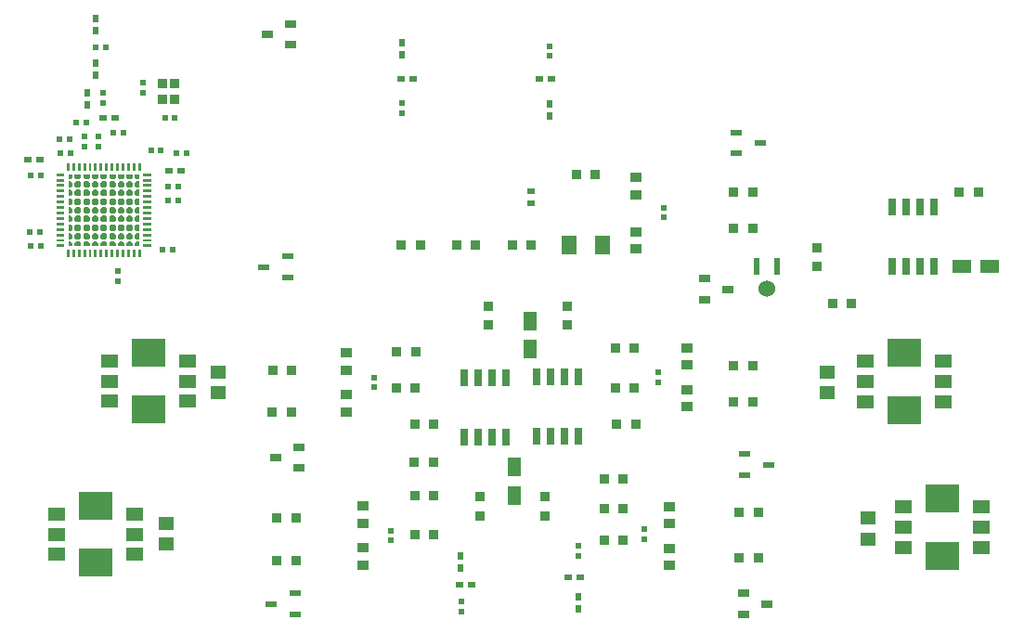
<source format=gtp>
G04 Layer_Color=8421504*
%FSLAX25Y25*%
%MOIN*%
G70*
G01*
G75*
%ADD10R,0.02953X0.02362*%
%ADD11R,0.02362X0.02953*%
%ADD12R,0.04200X0.03200*%
%ADD13R,0.02441X0.02362*%
%ADD14R,0.02362X0.02441*%
%ADD15R,0.03347X0.03740*%
%ADD16R,0.03800X0.03600*%
%ADD17R,0.12008X0.10000*%
%ADD18R,0.05984X0.05000*%
%ADD19R,0.04134X0.02362*%
%ADD20R,0.02565X0.02184*%
%ADD21R,0.04331X0.02559*%
%ADD22R,0.02559X0.05905*%
%ADD23R,0.05118X0.07087*%
%ADD24R,0.03600X0.03800*%
%ADD25R,0.05200X0.04800*%
%ADD26C,0.06000*%
%ADD27R,0.02400X0.06400*%
%ADD28R,0.05200X0.06700*%
%ADD29R,0.07087X0.05118*%
%ADD30R,0.02756X0.02362*%
%ADD55R,0.00100X0.00100*%
G36*
X61706Y144749D02*
Y143551D01*
X61150Y142994D01*
X59951D01*
X59394Y143551D01*
Y144749D01*
X59951Y145306D01*
X61150D01*
X61706Y144749D01*
D02*
G37*
G36*
X64806D02*
Y143551D01*
X64249Y142994D01*
X63051D01*
X62494Y143551D01*
Y144749D01*
X63051Y145306D01*
X64249D01*
X64806Y144749D01*
D02*
G37*
G36*
X55506D02*
Y143551D01*
X54949Y142994D01*
X53750D01*
X53194Y143551D01*
Y144749D01*
X53750Y145306D01*
X54949D01*
X55506Y144749D01*
D02*
G37*
G36*
X58606D02*
Y143551D01*
X58049Y142994D01*
X56850D01*
X56294Y143551D01*
Y144749D01*
X56850Y145306D01*
X58049D01*
X58606Y144749D01*
D02*
G37*
G36*
X43242Y144935D02*
X40471D01*
Y145920D01*
X43242D01*
Y144935D01*
D02*
G37*
G36*
X74429D02*
X71658D01*
Y145920D01*
X74429D01*
Y144935D01*
D02*
G37*
G36*
X67906Y144749D02*
Y143551D01*
X67349Y142994D01*
X66150D01*
X65594Y143551D01*
Y144749D01*
X66150Y145306D01*
X67349D01*
X67906Y144749D01*
D02*
G37*
G36*
X70147Y142994D02*
X69251D01*
X68694Y143551D01*
Y144749D01*
X69251Y145306D01*
X70147D01*
Y142994D01*
D02*
G37*
G36*
X52406Y144749D02*
Y143551D01*
X51850Y142994D01*
X50651D01*
X50094Y143551D01*
Y144749D01*
X50651Y145306D01*
X51850D01*
X52406Y144749D01*
D02*
G37*
G36*
X43242Y140997D02*
X40471D01*
Y141982D01*
X43242D01*
Y140997D01*
D02*
G37*
G36*
X74429D02*
X71658D01*
Y141982D01*
X74429D01*
Y140997D01*
D02*
G37*
G36*
X67906Y141649D02*
Y140451D01*
X67349Y139894D01*
X66150D01*
X65594Y140451D01*
Y141649D01*
X66150Y142206D01*
X67349D01*
X67906Y141649D01*
D02*
G37*
G36*
X70147Y139894D02*
X69251D01*
X68694Y140451D01*
Y141649D01*
X69251Y142206D01*
X70147D01*
Y139894D01*
D02*
G37*
G36*
X46206Y144749D02*
Y143551D01*
X45649Y142994D01*
X44753D01*
Y145306D01*
X45649D01*
X46206Y144749D01*
D02*
G37*
G36*
X49306D02*
Y143551D01*
X48750Y142994D01*
X47550D01*
X46994Y143551D01*
Y144749D01*
X47550Y145306D01*
X48750D01*
X49306Y144749D01*
D02*
G37*
G36*
X43242Y142966D02*
X40471D01*
Y143951D01*
X43242D01*
Y142966D01*
D02*
G37*
G36*
X74429D02*
X71658D01*
Y143951D01*
X74429D01*
Y142966D01*
D02*
G37*
G36*
X43242Y148873D02*
X40471D01*
Y149858D01*
X43242D01*
Y148873D01*
D02*
G37*
G36*
X74429D02*
X71658D01*
Y149858D01*
X74429D01*
Y148873D01*
D02*
G37*
G36*
X43242Y146904D02*
X40471D01*
Y147889D01*
X43242D01*
Y146904D01*
D02*
G37*
G36*
X74429D02*
X71658D01*
Y147889D01*
X74429D01*
Y146904D01*
D02*
G37*
G36*
X52406Y150950D02*
Y149750D01*
X51850Y149194D01*
X50651D01*
X50094Y149750D01*
Y150950D01*
X50651Y151506D01*
X51850D01*
X52406Y150950D01*
D02*
G37*
G36*
X55506D02*
Y149750D01*
X54949Y149194D01*
X53750D01*
X53194Y149750D01*
Y150950D01*
X53750Y151506D01*
X54949D01*
X55506Y150950D01*
D02*
G37*
G36*
X46206D02*
Y149750D01*
X45649Y149194D01*
X44753D01*
Y151506D01*
X45649D01*
X46206Y150950D01*
D02*
G37*
G36*
X49306D02*
Y149750D01*
X48750Y149194D01*
X47550D01*
X46994Y149750D01*
Y150950D01*
X47550Y151506D01*
X48750D01*
X49306Y150950D01*
D02*
G37*
G36*
X70147Y146094D02*
X69251D01*
X68694Y146651D01*
Y147850D01*
X69251Y148406D01*
X70147D01*
Y146094D01*
D02*
G37*
G36*
X52406Y147850D02*
Y146651D01*
X51850Y146094D01*
X50651D01*
X50094Y146651D01*
Y147850D01*
X50651Y148406D01*
X51850D01*
X52406Y147850D01*
D02*
G37*
G36*
X55506D02*
Y146651D01*
X54949Y146094D01*
X53750D01*
X53194Y146651D01*
Y147850D01*
X53750Y148406D01*
X54949D01*
X55506Y147850D01*
D02*
G37*
G36*
X46206D02*
Y146651D01*
X45649Y146094D01*
X44753D01*
Y148406D01*
X45649D01*
X46206Y147850D01*
D02*
G37*
G36*
X49306D02*
Y146651D01*
X48750Y146094D01*
X47550D01*
X46994Y146651D01*
Y147850D01*
X47550Y148406D01*
X48750D01*
X49306Y147850D01*
D02*
G37*
G36*
X64806D02*
Y146651D01*
X64249Y146094D01*
X63051D01*
X62494Y146651D01*
Y147850D01*
X63051Y148406D01*
X64249D01*
X64806Y147850D01*
D02*
G37*
G36*
X67906D02*
Y146651D01*
X67349Y146094D01*
X66150D01*
X65594Y146651D01*
Y147850D01*
X66150Y148406D01*
X67349D01*
X67906Y147850D01*
D02*
G37*
G36*
X58606D02*
Y146651D01*
X58049Y146094D01*
X56850D01*
X56294Y146651D01*
Y147850D01*
X56850Y148406D01*
X58049D01*
X58606Y147850D01*
D02*
G37*
G36*
X61706D02*
Y146651D01*
X61150Y146094D01*
X59951D01*
X59394Y146651D01*
Y147850D01*
X59951Y148406D01*
X61150D01*
X61706Y147850D01*
D02*
G37*
G36*
X66800Y133371D02*
X65816D01*
Y136142D01*
X66800D01*
Y133371D01*
D02*
G37*
G36*
X68769D02*
X67785D01*
Y136142D01*
X68769D01*
Y133371D01*
D02*
G37*
G36*
X62863D02*
X61879D01*
Y136142D01*
X62863D01*
Y133371D01*
D02*
G37*
G36*
X64832D02*
X63848D01*
Y136142D01*
X64832D01*
Y133371D01*
D02*
G37*
G36*
X74429Y137059D02*
X71658D01*
Y138044D01*
X74429D01*
Y137059D01*
D02*
G37*
G36*
X46206Y138549D02*
Y137653D01*
X44753D01*
Y139106D01*
X45649D01*
X46206Y138549D01*
D02*
G37*
G36*
X70737Y133371D02*
X69753D01*
Y136142D01*
X70737D01*
Y133371D01*
D02*
G37*
G36*
X43242Y137059D02*
X40471D01*
Y138044D01*
X43242D01*
Y137059D01*
D02*
G37*
G36*
X60895Y133371D02*
X59911D01*
Y136142D01*
X60895D01*
Y133371D01*
D02*
G37*
G36*
X49084D02*
X48100D01*
Y136142D01*
X49084D01*
Y133371D01*
D02*
G37*
G36*
X51052D02*
X50068D01*
Y136142D01*
X51052D01*
Y133371D01*
D02*
G37*
G36*
X45147D02*
X44163D01*
Y136142D01*
X45147D01*
Y133371D01*
D02*
G37*
G36*
X47115D02*
X46131D01*
Y136142D01*
X47115D01*
Y133371D01*
D02*
G37*
G36*
X56958D02*
X55974D01*
Y136142D01*
X56958D01*
Y133371D01*
D02*
G37*
G36*
X58926D02*
X57942D01*
Y136142D01*
X58926D01*
Y133371D01*
D02*
G37*
G36*
X53021D02*
X52037D01*
Y136142D01*
X53021D01*
Y133371D01*
D02*
G37*
G36*
X54989D02*
X54005D01*
Y136142D01*
X54989D01*
Y133371D01*
D02*
G37*
G36*
X49306Y141649D02*
Y140451D01*
X48750Y139894D01*
X47550D01*
X46994Y140451D01*
Y141649D01*
X47550Y142206D01*
X48750D01*
X49306Y141649D01*
D02*
G37*
G36*
X52406D02*
Y140451D01*
X51850Y139894D01*
X50651D01*
X50094Y140451D01*
Y141649D01*
X50651Y142206D01*
X51850D01*
X52406Y141649D01*
D02*
G37*
G36*
X74429Y139028D02*
X71658D01*
Y140013D01*
X74429D01*
Y139028D01*
D02*
G37*
G36*
X46206Y141649D02*
Y140451D01*
X45649Y139894D01*
X44753D01*
Y142206D01*
X45649D01*
X46206Y141649D01*
D02*
G37*
G36*
X61706D02*
Y140451D01*
X61150Y139894D01*
X59951D01*
X59394Y140451D01*
Y141649D01*
X59951Y142206D01*
X61150D01*
X61706Y141649D01*
D02*
G37*
G36*
X64806D02*
Y140451D01*
X64249Y139894D01*
X63051D01*
X62494Y140451D01*
Y141649D01*
X63051Y142206D01*
X64249D01*
X64806Y141649D01*
D02*
G37*
G36*
X55506D02*
Y140451D01*
X54949Y139894D01*
X53750D01*
X53194Y140451D01*
Y141649D01*
X53750Y142206D01*
X54949D01*
X55506Y141649D01*
D02*
G37*
G36*
X58606D02*
Y140451D01*
X58049Y139894D01*
X56850D01*
X56294Y140451D01*
Y141649D01*
X56850Y142206D01*
X58049D01*
X58606Y141649D01*
D02*
G37*
G36*
X43242Y139028D02*
X40471D01*
Y140013D01*
X43242D01*
Y139028D01*
D02*
G37*
G36*
X55506Y138549D02*
Y137653D01*
X53194D01*
Y138549D01*
X53750Y139106D01*
X54949D01*
X55506Y138549D01*
D02*
G37*
G36*
X58606D02*
Y137653D01*
X56294D01*
Y138549D01*
X56850Y139106D01*
X58049D01*
X58606Y138549D01*
D02*
G37*
G36*
X49306D02*
Y137653D01*
X46994D01*
Y138549D01*
X47550Y139106D01*
X48750D01*
X49306Y138549D01*
D02*
G37*
G36*
X52406D02*
Y137653D01*
X50094D01*
Y138549D01*
X50651Y139106D01*
X51850D01*
X52406Y138549D01*
D02*
G37*
G36*
X67906D02*
Y137653D01*
X65594D01*
Y138549D01*
X66150Y139106D01*
X67349D01*
X67906Y138549D01*
D02*
G37*
G36*
X70147Y137653D02*
X68694D01*
Y138549D01*
X69251Y139106D01*
X70147D01*
Y137653D01*
D02*
G37*
G36*
X61706Y138549D02*
Y137653D01*
X59394D01*
Y138549D01*
X59951Y139106D01*
X61150D01*
X61706Y138549D01*
D02*
G37*
G36*
X64806D02*
Y137653D01*
X62494D01*
Y138549D01*
X63051Y139106D01*
X64249D01*
X64806Y138549D01*
D02*
G37*
G36*
X58606Y150950D02*
Y149750D01*
X58049Y149194D01*
X56850D01*
X56294Y149750D01*
Y150950D01*
X56850Y151506D01*
X58049D01*
X58606Y150950D01*
D02*
G37*
G36*
X52406Y162151D02*
X51850Y161594D01*
X50651D01*
X50094Y162151D01*
Y163047D01*
X52406D01*
Y162151D01*
D02*
G37*
G36*
X55506D02*
X54949Y161594D01*
X53750D01*
X53194Y162151D01*
Y163047D01*
X55506D01*
Y162151D01*
D02*
G37*
G36*
X46206D02*
X45649Y161594D01*
X44753D01*
Y163047D01*
X46206D01*
Y162151D01*
D02*
G37*
G36*
X49306D02*
X48750Y161594D01*
X47550D01*
X46994Y162151D01*
Y163047D01*
X49306D01*
Y162151D01*
D02*
G37*
G36*
X64806D02*
X64249Y161594D01*
X63051D01*
X62494Y162151D01*
Y163047D01*
X64806D01*
Y162151D01*
D02*
G37*
G36*
X67906D02*
X67349Y161594D01*
X66150D01*
X65594Y162151D01*
Y163047D01*
X67906D01*
Y162151D01*
D02*
G37*
G36*
X58606D02*
X58049Y161594D01*
X56850D01*
X56294Y162151D01*
Y163047D01*
X58606D01*
Y162151D01*
D02*
G37*
G36*
X61706D02*
X61150Y161594D01*
X59951D01*
X59394Y162151D01*
Y163047D01*
X61706D01*
Y162151D01*
D02*
G37*
G36*
X74429Y160687D02*
X71658D01*
Y161672D01*
X74429D01*
Y160687D01*
D02*
G37*
G36*
X64806Y160249D02*
Y159051D01*
X64249Y158494D01*
X63051D01*
X62494Y159051D01*
Y160249D01*
X63051Y160806D01*
X64249D01*
X64806Y160249D01*
D02*
G37*
G36*
X67906D02*
Y159051D01*
X67349Y158494D01*
X66150D01*
X65594Y159051D01*
Y160249D01*
X66150Y160806D01*
X67349D01*
X67906Y160249D01*
D02*
G37*
G36*
X58606D02*
Y159051D01*
X58049Y158494D01*
X56850D01*
X56294Y159051D01*
Y160249D01*
X56850Y160806D01*
X58049D01*
X58606Y160249D01*
D02*
G37*
G36*
X61706D02*
Y159051D01*
X61150Y158494D01*
X59951D01*
X59394Y159051D01*
Y160249D01*
X59951Y160806D01*
X61150D01*
X61706Y160249D01*
D02*
G37*
G36*
X74429Y158718D02*
X71658D01*
Y159703D01*
X74429D01*
Y158718D01*
D02*
G37*
G36*
X43242Y160687D02*
X40471D01*
Y161672D01*
X43242D01*
Y160687D01*
D02*
G37*
G36*
X70147Y158494D02*
X69251D01*
X68694Y159051D01*
Y160249D01*
X69251Y160806D01*
X70147D01*
Y158494D01*
D02*
G37*
G36*
X43242Y158718D02*
X40471D01*
Y159703D01*
X43242D01*
Y158718D01*
D02*
G37*
G36*
X60895Y164558D02*
X59911D01*
Y167329D01*
X60895D01*
Y164558D01*
D02*
G37*
G36*
X62863D02*
X61879D01*
Y167329D01*
X62863D01*
Y164558D01*
D02*
G37*
G36*
X56958D02*
X55974D01*
Y167329D01*
X56958D01*
Y164558D01*
D02*
G37*
G36*
X58926D02*
X57942D01*
Y167329D01*
X58926D01*
Y164558D01*
D02*
G37*
G36*
X68769D02*
X67785D01*
Y167329D01*
X68769D01*
Y164558D01*
D02*
G37*
G36*
X70737D02*
X69753D01*
Y167329D01*
X70737D01*
Y164558D01*
D02*
G37*
G36*
X64832D02*
X63848D01*
Y167329D01*
X64832D01*
Y164558D01*
D02*
G37*
G36*
X66800D02*
X65816D01*
Y167329D01*
X66800D01*
Y164558D01*
D02*
G37*
G36*
X54989D02*
X54005D01*
Y167329D01*
X54989D01*
Y164558D01*
D02*
G37*
G36*
X74429Y162656D02*
X71658D01*
Y163641D01*
X74429D01*
Y162656D01*
D02*
G37*
G36*
X45147Y164558D02*
X44163D01*
Y167329D01*
X45147D01*
Y164558D01*
D02*
G37*
G36*
X70147Y161594D02*
X69251D01*
X68694Y162151D01*
Y163047D01*
X70147D01*
Y161594D01*
D02*
G37*
G36*
X43242Y162656D02*
X40471D01*
Y163641D01*
X43242D01*
Y162656D01*
D02*
G37*
G36*
X51052Y164558D02*
X50068D01*
Y167329D01*
X51052D01*
Y164558D01*
D02*
G37*
G36*
X53021D02*
X52037D01*
Y167329D01*
X53021D01*
Y164558D01*
D02*
G37*
G36*
X47115D02*
X46131D01*
Y167329D01*
X47115D01*
Y164558D01*
D02*
G37*
G36*
X49084D02*
X48100D01*
Y167329D01*
X49084D01*
Y164558D01*
D02*
G37*
G36*
X61706Y154050D02*
Y152850D01*
X61150Y152294D01*
X59951D01*
X59394Y152850D01*
Y154050D01*
X59951Y154606D01*
X61150D01*
X61706Y154050D01*
D02*
G37*
G36*
X64806D02*
Y152850D01*
X64249Y152294D01*
X63051D01*
X62494Y152850D01*
Y154050D01*
X63051Y154606D01*
X64249D01*
X64806Y154050D01*
D02*
G37*
G36*
X55506D02*
Y152850D01*
X54949Y152294D01*
X53750D01*
X53194Y152850D01*
Y154050D01*
X53750Y154606D01*
X54949D01*
X55506Y154050D01*
D02*
G37*
G36*
X58606D02*
Y152850D01*
X58049Y152294D01*
X56850D01*
X56294Y152850D01*
Y154050D01*
X56850Y154606D01*
X58049D01*
X58606Y154050D01*
D02*
G37*
G36*
X43242Y152811D02*
X40471D01*
Y153796D01*
X43242D01*
Y152811D01*
D02*
G37*
G36*
X74429D02*
X71658D01*
Y153796D01*
X74429D01*
Y152811D01*
D02*
G37*
G36*
X67906Y154050D02*
Y152850D01*
X67349Y152294D01*
X66150D01*
X65594Y152850D01*
Y154050D01*
X66150Y154606D01*
X67349D01*
X67906Y154050D01*
D02*
G37*
G36*
X70147Y152294D02*
X69251D01*
X68694Y152850D01*
Y154050D01*
X69251Y154606D01*
X70147D01*
Y152294D01*
D02*
G37*
G36*
X52406Y154050D02*
Y152850D01*
X51850Y152294D01*
X50651D01*
X50094Y152850D01*
Y154050D01*
X50651Y154606D01*
X51850D01*
X52406Y154050D01*
D02*
G37*
G36*
X67906Y150950D02*
Y149750D01*
X67349Y149194D01*
X66150D01*
X65594Y149750D01*
Y150950D01*
X66150Y151506D01*
X67349D01*
X67906Y150950D01*
D02*
G37*
G36*
X70147Y149194D02*
X69251D01*
X68694Y149750D01*
Y150950D01*
X69251Y151506D01*
X70147D01*
Y149194D01*
D02*
G37*
G36*
X61706Y150950D02*
Y149750D01*
X61150Y149194D01*
X59951D01*
X59394Y149750D01*
Y150950D01*
X59951Y151506D01*
X61150D01*
X61706Y150950D01*
D02*
G37*
G36*
X64806D02*
Y149750D01*
X64249Y149194D01*
X63051D01*
X62494Y149750D01*
Y150950D01*
X63051Y151506D01*
X64249D01*
X64806Y150950D01*
D02*
G37*
G36*
X46206Y154050D02*
Y152850D01*
X45649Y152294D01*
X44753D01*
Y154606D01*
X45649D01*
X46206Y154050D01*
D02*
G37*
G36*
X49306D02*
Y152850D01*
X48750Y152294D01*
X47550D01*
X46994Y152850D01*
Y154050D01*
X47550Y154606D01*
X48750D01*
X49306Y154050D01*
D02*
G37*
G36*
X43242Y150842D02*
X40471D01*
Y151827D01*
X43242D01*
Y150842D01*
D02*
G37*
G36*
X74429D02*
X71658D01*
Y151827D01*
X74429D01*
Y150842D01*
D02*
G37*
G36*
X43242Y156749D02*
X40471D01*
Y157734D01*
X43242D01*
Y156749D01*
D02*
G37*
G36*
X74429D02*
X71658D01*
Y157734D01*
X74429D01*
Y156749D01*
D02*
G37*
G36*
X67906Y157150D02*
Y155950D01*
X67349Y155394D01*
X66150D01*
X65594Y155950D01*
Y157150D01*
X66150Y157706D01*
X67349D01*
X67906Y157150D01*
D02*
G37*
G36*
X70147Y155394D02*
X69251D01*
X68694Y155950D01*
Y157150D01*
X69251Y157706D01*
X70147D01*
Y155394D01*
D02*
G37*
G36*
X52406Y160249D02*
Y159051D01*
X51850Y158494D01*
X50651D01*
X50094Y159051D01*
Y160249D01*
X50651Y160806D01*
X51850D01*
X52406Y160249D01*
D02*
G37*
G36*
X55506D02*
Y159051D01*
X54949Y158494D01*
X53750D01*
X53194Y159051D01*
Y160249D01*
X53750Y160806D01*
X54949D01*
X55506Y160249D01*
D02*
G37*
G36*
X46206D02*
Y159051D01*
X45649Y158494D01*
X44753D01*
Y160806D01*
X45649D01*
X46206Y160249D01*
D02*
G37*
G36*
X49306D02*
Y159051D01*
X48750Y158494D01*
X47550D01*
X46994Y159051D01*
Y160249D01*
X47550Y160806D01*
X48750D01*
X49306Y160249D01*
D02*
G37*
G36*
X64806Y157150D02*
Y155950D01*
X64249Y155394D01*
X63051D01*
X62494Y155950D01*
Y157150D01*
X63051Y157706D01*
X64249D01*
X64806Y157150D01*
D02*
G37*
G36*
X46206D02*
Y155950D01*
X45649Y155394D01*
X44753D01*
Y157706D01*
X45649D01*
X46206Y157150D01*
D02*
G37*
G36*
X49306D02*
Y155950D01*
X48750Y155394D01*
X47550D01*
X46994Y155950D01*
Y157150D01*
X47550Y157706D01*
X48750D01*
X49306Y157150D01*
D02*
G37*
G36*
X43242Y154780D02*
X40471D01*
Y155765D01*
X43242D01*
Y154780D01*
D02*
G37*
G36*
X74429D02*
X71658D01*
Y155765D01*
X74429D01*
Y154780D01*
D02*
G37*
G36*
X58606Y157150D02*
Y155950D01*
X58049Y155394D01*
X56850D01*
X56294Y155950D01*
Y157150D01*
X56850Y157706D01*
X58049D01*
X58606Y157150D01*
D02*
G37*
G36*
X61706D02*
Y155950D01*
X61150Y155394D01*
X59951D01*
X59394Y155950D01*
Y157150D01*
X59951Y157706D01*
X61150D01*
X61706Y157150D01*
D02*
G37*
G36*
X52406D02*
Y155950D01*
X51850Y155394D01*
X50651D01*
X50094Y155950D01*
Y157150D01*
X50651Y157706D01*
X51850D01*
X52406Y157150D01*
D02*
G37*
G36*
X55506D02*
Y155950D01*
X54949Y155394D01*
X53750D01*
X53194Y155950D01*
Y157150D01*
X53750Y157706D01*
X54949D01*
X55506Y157150D01*
D02*
G37*
D10*
X213835Y197500D02*
D03*
X218165D02*
D03*
X224213Y18500D02*
D03*
X228543D02*
D03*
X189665Y16000D02*
D03*
X185335D02*
D03*
X168665Y197500D02*
D03*
X164335D02*
D03*
X57335Y183600D02*
D03*
X61665D02*
D03*
X85165Y164500D02*
D03*
X80835D02*
D03*
D11*
X217500Y184213D02*
D03*
Y188543D02*
D03*
X228000Y7335D02*
D03*
Y11665D02*
D03*
X185500Y26165D02*
D03*
Y21835D02*
D03*
X164500Y210665D02*
D03*
Y206335D02*
D03*
X54500Y214835D02*
D03*
Y219165D02*
D03*
Y203165D02*
D03*
Y198835D02*
D03*
X51500Y192565D02*
D03*
Y188235D02*
D03*
D12*
X248500Y155950D02*
D03*
Y162050D02*
D03*
Y136450D02*
D03*
Y142550D02*
D03*
X260500Y22700D02*
D03*
Y28800D02*
D03*
Y37700D02*
D03*
Y43800D02*
D03*
X267000Y79700D02*
D03*
Y85800D02*
D03*
Y94700D02*
D03*
Y100800D02*
D03*
X144400Y99050D02*
D03*
Y92950D02*
D03*
Y84050D02*
D03*
Y77950D02*
D03*
X150400Y44050D02*
D03*
Y37950D02*
D03*
Y29050D02*
D03*
Y22950D02*
D03*
D13*
X71400Y196300D02*
D03*
Y192678D02*
D03*
X251500Y32189D02*
D03*
Y35811D02*
D03*
X256500Y88439D02*
D03*
Y92061D02*
D03*
X258500Y147689D02*
D03*
Y151311D02*
D03*
X57100Y192611D02*
D03*
Y188989D02*
D03*
X55500Y176811D02*
D03*
Y173189D02*
D03*
X50500Y176811D02*
D03*
Y173189D02*
D03*
X154400Y90311D02*
D03*
Y86689D02*
D03*
X160400Y35311D02*
D03*
Y31689D02*
D03*
X62600Y128411D02*
D03*
Y124789D02*
D03*
X164500Y188689D02*
D03*
Y185067D02*
D03*
X186000Y9689D02*
D03*
Y6067D02*
D03*
X228000Y26189D02*
D03*
Y29811D02*
D03*
X217500Y205689D02*
D03*
Y209311D02*
D03*
D14*
X83011Y183400D02*
D03*
X79389D02*
D03*
X51311Y182000D02*
D03*
X47689D02*
D03*
X80689Y159000D02*
D03*
X84311D02*
D03*
X34811Y163000D02*
D03*
X31189D02*
D03*
X45500Y171000D02*
D03*
X41878D02*
D03*
X45311Y176000D02*
D03*
X41689D02*
D03*
X64611Y178300D02*
D03*
X60989D02*
D03*
X74378Y172000D02*
D03*
X78000D02*
D03*
X80689Y154000D02*
D03*
X84311D02*
D03*
X54689Y209000D02*
D03*
X58311D02*
D03*
X83689Y171000D02*
D03*
X87311D02*
D03*
X34711Y137500D02*
D03*
X31089D02*
D03*
X34611Y142600D02*
D03*
X30989D02*
D03*
X78689Y136300D02*
D03*
X82311D02*
D03*
D15*
X78436Y190046D02*
D03*
Y195754D02*
D03*
X82964D02*
D03*
Y190046D02*
D03*
D16*
X175950Y34000D02*
D03*
X169050D02*
D03*
X169450Y99500D02*
D03*
X162550D02*
D03*
X171050Y137825D02*
D03*
X164150D02*
D03*
X371450Y157000D02*
D03*
X364550D02*
D03*
X290450D02*
D03*
X283550D02*
D03*
X290450Y144000D02*
D03*
X283550D02*
D03*
X211000Y137825D02*
D03*
X204100D02*
D03*
X237050Y32000D02*
D03*
X243950D02*
D03*
X237050Y43250D02*
D03*
X243950D02*
D03*
X243950Y54000D02*
D03*
X237050D02*
D03*
X248450Y73500D02*
D03*
X241550D02*
D03*
X241050Y86500D02*
D03*
X247950D02*
D03*
X241050Y100750D02*
D03*
X247950D02*
D03*
X319050Y117000D02*
D03*
X325950D02*
D03*
X169350Y86500D02*
D03*
X162450D02*
D03*
X191000Y137825D02*
D03*
X184100D02*
D03*
X169050Y73500D02*
D03*
X175950D02*
D03*
Y48000D02*
D03*
X169050D02*
D03*
X169000Y60000D02*
D03*
X175900D02*
D03*
X233950Y163325D02*
D03*
X227050D02*
D03*
X124950Y93000D02*
D03*
X118050D02*
D03*
X124850Y78000D02*
D03*
X117950D02*
D03*
X126450Y40000D02*
D03*
X119550D02*
D03*
X126450Y24500D02*
D03*
X119550D02*
D03*
X285550Y25500D02*
D03*
X292450D02*
D03*
X285550Y42000D02*
D03*
X292450D02*
D03*
X283550Y81500D02*
D03*
X290450D02*
D03*
X283550Y94500D02*
D03*
X290450D02*
D03*
D17*
X54400Y23705D02*
D03*
Y44295D02*
D03*
X358604Y46779D02*
D03*
Y26188D02*
D03*
X344804Y99195D02*
D03*
Y78605D02*
D03*
X73400Y78705D02*
D03*
Y99295D02*
D03*
D18*
X40404Y26717D02*
D03*
Y34000D02*
D03*
Y41284D02*
D03*
X68396D02*
D03*
Y34000D02*
D03*
Y26717D02*
D03*
X372600Y43767D02*
D03*
Y36483D02*
D03*
Y29200D02*
D03*
X344608D02*
D03*
Y36483D02*
D03*
Y43767D02*
D03*
X358800Y96184D02*
D03*
Y88900D02*
D03*
Y81616D02*
D03*
X330808D02*
D03*
Y88900D02*
D03*
Y96184D02*
D03*
X59404Y81717D02*
D03*
Y89000D02*
D03*
Y96284D02*
D03*
X87396D02*
D03*
Y89000D02*
D03*
Y81717D02*
D03*
D19*
X296331Y59000D02*
D03*
X287669Y55260D02*
D03*
Y62740D02*
D03*
X293331Y174500D02*
D03*
X284669Y170760D02*
D03*
Y178240D02*
D03*
X117669Y9000D02*
D03*
X126331Y12740D02*
D03*
Y5260D02*
D03*
X115000Y130000D02*
D03*
X123661Y133740D02*
D03*
Y126260D02*
D03*
D20*
X211000Y152825D02*
D03*
Y157175D02*
D03*
D21*
X119366Y61500D02*
D03*
X127634Y65280D02*
D03*
Y57721D02*
D03*
X281634Y122000D02*
D03*
X273366Y118220D02*
D03*
Y125779D02*
D03*
X295634Y9000D02*
D03*
X287366Y5221D02*
D03*
Y12779D02*
D03*
X116366Y213500D02*
D03*
X124634Y217280D02*
D03*
Y209720D02*
D03*
D22*
X355500Y130195D02*
D03*
X350500D02*
D03*
X345500D02*
D03*
X340500D02*
D03*
Y151455D02*
D03*
X345500D02*
D03*
X350500D02*
D03*
X355500D02*
D03*
X213000Y90380D02*
D03*
X218000D02*
D03*
X223000D02*
D03*
X228000D02*
D03*
Y69120D02*
D03*
X223000D02*
D03*
X218000D02*
D03*
X213000D02*
D03*
X201900Y68870D02*
D03*
X196900D02*
D03*
X191900D02*
D03*
X186900D02*
D03*
Y90130D02*
D03*
X191900D02*
D03*
X196900D02*
D03*
X201900D02*
D03*
D23*
X205000Y58118D02*
D03*
Y47882D02*
D03*
X210500Y100382D02*
D03*
Y110618D02*
D03*
D24*
X216000Y40550D02*
D03*
Y47450D02*
D03*
X224000Y115950D02*
D03*
Y109050D02*
D03*
X313500Y130050D02*
D03*
Y136950D02*
D03*
X195500Y115950D02*
D03*
Y109050D02*
D03*
X192500Y40550D02*
D03*
Y47450D02*
D03*
D25*
X332000Y32250D02*
D03*
Y39750D02*
D03*
X317200Y84750D02*
D03*
Y92250D02*
D03*
X79900Y38000D02*
D03*
Y30500D02*
D03*
X98400Y92250D02*
D03*
Y84750D02*
D03*
D26*
X295500Y122325D02*
D03*
D27*
X291760Y130200D02*
D03*
X299240D02*
D03*
D28*
X224600Y137825D02*
D03*
X236400D02*
D03*
D29*
X365382Y130325D02*
D03*
X375618D02*
D03*
D30*
X34665Y168500D02*
D03*
X30335D02*
D03*
D55*
X57450Y150350D02*
D03*
M02*

</source>
